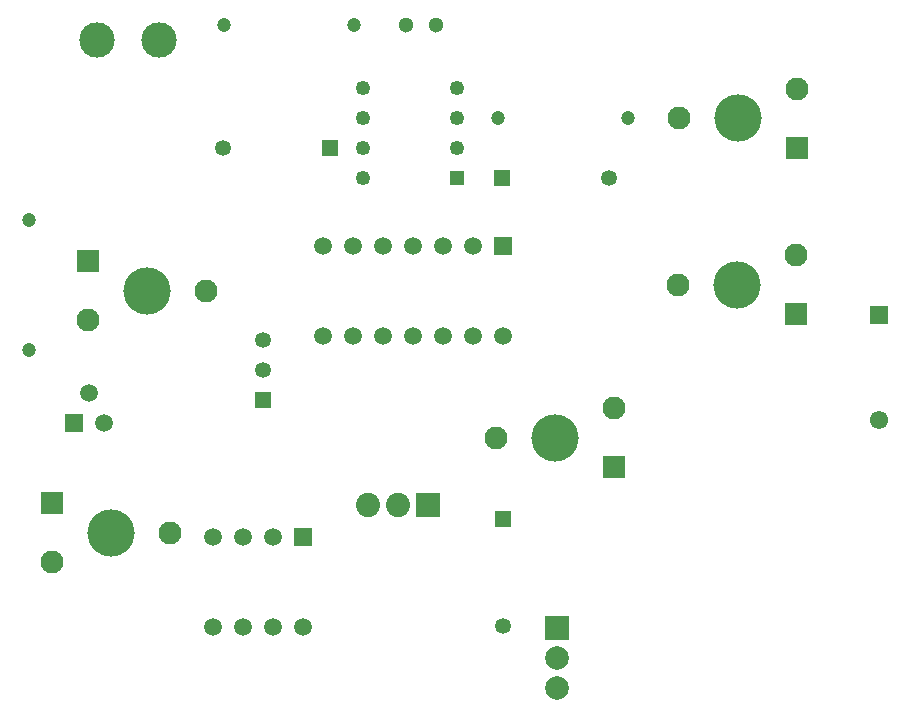
<source format=gbr>
%TF.GenerationSoftware,Altium Limited,Altium Designer,25.1.2 (22)*%
G04 Layer_Color=255*
%FSLAX25Y25*%
%MOIN*%
%TF.SameCoordinates,C6B27E67-7A8A-4C38-9DB9-D7D7B609FA95*%
%TF.FilePolarity,Positive*%
%TF.FileFunction,Pads,Bot*%
%TF.Part,Single*%
G01*
G75*
%TA.AperFunction,ComponentPad*%
%ADD16C,0.11811*%
%ADD17C,0.05118*%
%ADD18C,0.04724*%
%ADD19R,0.04921X0.04921*%
%ADD20C,0.04921*%
%ADD21R,0.05906X0.05906*%
%ADD22C,0.05906*%
%ADD23R,0.08071X0.08071*%
%ADD24C,0.08071*%
%ADD25C,0.05315*%
%ADD26R,0.05315X0.05315*%
%ADD27R,0.07874X0.07874*%
%ADD28C,0.07874*%
%ADD29C,0.15748*%
%ADD30C,0.07677*%
%ADD31R,0.07677X0.07677*%
%ADD32C,0.05900*%
%ADD33R,0.05900X0.05900*%
%ADD34R,0.06102X0.06102*%
%ADD35C,0.06102*%
%ADD36R,0.05315X0.05315*%
D16*
X125000Y243110D02*
D03*
X145866D02*
D03*
D17*
X238189Y248031D02*
D03*
X228189D02*
D03*
D18*
X167323D02*
D03*
X210630D02*
D03*
X102362Y183071D02*
D03*
Y139764D02*
D03*
X258740Y217000D02*
D03*
X302047D02*
D03*
D19*
X245153Y197000D02*
D03*
D20*
Y207000D02*
D03*
Y217000D02*
D03*
Y227000D02*
D03*
X213894D02*
D03*
Y217000D02*
D03*
Y207000D02*
D03*
Y197000D02*
D03*
D21*
X260394Y174500D02*
D03*
X193894Y77500D02*
D03*
D22*
X250394Y174500D02*
D03*
X240394D02*
D03*
X230394D02*
D03*
X220394D02*
D03*
X210394D02*
D03*
X200394D02*
D03*
X260394Y144500D02*
D03*
X250394D02*
D03*
X240394D02*
D03*
X230394D02*
D03*
X220394D02*
D03*
X210394D02*
D03*
X200394D02*
D03*
X163894Y47500D02*
D03*
X173894D02*
D03*
X183894D02*
D03*
X193894D02*
D03*
X163894Y77500D02*
D03*
X173894D02*
D03*
X183894D02*
D03*
D23*
X235394Y88126D02*
D03*
D24*
X225394D02*
D03*
X215394D02*
D03*
D25*
X260394Y47783D02*
D03*
X180394Y143000D02*
D03*
Y133000D02*
D03*
X295610Y197000D02*
D03*
X167177Y207000D02*
D03*
D26*
X260394Y83217D02*
D03*
X180394Y123000D02*
D03*
D27*
X278394Y47000D02*
D03*
D28*
Y37000D02*
D03*
Y27000D02*
D03*
D29*
X141732Y159449D02*
D03*
X129921Y78740D02*
D03*
X277894Y110500D02*
D03*
X338583Y161417D02*
D03*
X338894Y217000D02*
D03*
D30*
X122047Y149606D02*
D03*
X161417Y159449D02*
D03*
X110236Y68898D02*
D03*
X149606Y78740D02*
D03*
X258209Y110500D02*
D03*
X297579Y120343D02*
D03*
X358268Y171260D02*
D03*
X318898Y161417D02*
D03*
X358579Y226842D02*
D03*
X319209Y217000D02*
D03*
D31*
X122047Y169291D02*
D03*
X110236Y88583D02*
D03*
X297579Y100657D02*
D03*
X358268Y151575D02*
D03*
X358579Y207157D02*
D03*
D32*
X127394Y115500D02*
D03*
X122394Y125500D02*
D03*
D33*
X117394Y115500D02*
D03*
D34*
X385827Y151339D02*
D03*
D35*
Y116378D02*
D03*
D36*
X260177Y197000D02*
D03*
X202610Y207000D02*
D03*
%TF.MD5,0804c74d07dd8ed7e1f48716f2beaea2*%
M02*

</source>
